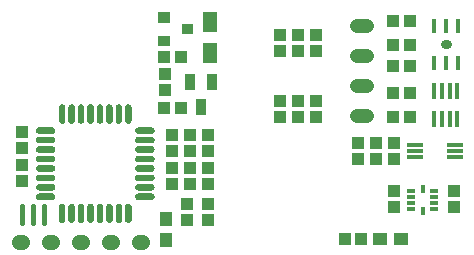
<source format=gtp>
G04 Layer: TopPasteMaskLayer*
G04 EasyEDA v5.9.34, Sun, 20 Jan 2019 06:30:26 GMT*
G04 4d0cf0336fcf4326954002bdc8c8e70b*
G04 Gerber Generator version 0.2*
G04 Scale: 100 percent, Rotated: No, Reflected: No *
G04 Dimensions in millimeters *
G04 leading zeros omitted , absolute positions ,3 integer and 3 decimal *
%FSLAX33Y33*%
%MOMM*%
G90*
G71D02*

%ADD18C,1.250010*%
%ADD19C,0.399999*%
%ADD20C,1.199998*%
%ADD21C,0.799998*%
%ADD23R,0.299974X0.800100*%
%ADD24R,0.800100X0.299974*%
%ADD25R,1.099998X0.999998*%
%ADD26R,0.999998X1.099998*%
%ADD27R,1.299997X1.099998*%
%ADD28R,1.350010X0.299999*%
%ADD29R,1.350010X0.299720*%
%ADD30R,1.249934X1.800098*%
%ADD31R,1.099998X1.299997*%
%ADD32R,0.899160X1.399540*%
%ADD33R,0.350520X1.350010*%
%ADD34R,0.449580X1.199998*%

%LPD*%
G54D18*
G01X11051Y762D02*
G01X11300Y762D01*
G01X8511Y762D02*
G01X8760Y762D01*
G01X5971Y762D02*
G01X6220Y762D01*
G01X3431Y762D02*
G01X3680Y762D01*
G01X891Y762D02*
G01X1140Y762D01*
G54D19*
G01X3048Y3749D02*
G01X3048Y2346D01*
G01X2098Y3749D02*
G01X2098Y2346D01*
G01X1148Y3749D02*
G01X1148Y2346D01*
G54D20*
G01X29575Y19050D02*
G01X30373Y19050D01*
G01X29575Y16510D02*
G01X30373Y16510D01*
G01X29575Y13970D02*
G01X30373Y13970D01*
G01X29575Y11430D02*
G01X30373Y11430D01*
G54D21*
G01X36957Y17449D02*
G01X37157Y17449D01*
G54D23*
G01X35128Y3321D03*
G01X35128Y5220D03*
G54D24*
G01X36028Y5020D03*
G01X36028Y4521D03*
G01X36028Y4020D03*
G01X36028Y3520D03*
G01X34128Y3520D03*
G01X34128Y4020D03*
G01X34128Y4521D03*
G01X34128Y5020D03*
G54D25*
G01X32635Y5049D03*
G01X32635Y3649D03*
G01X37715Y5049D03*
G01X37715Y3649D03*
G01X29587Y9113D03*
G01X29587Y7713D03*
G01X32635Y9113D03*
G01X32635Y7713D03*
G54D26*
G01X13200Y12045D03*
G01X14599Y12045D03*
G54D25*
G01X31111Y9113D03*
G01X31111Y7713D03*
G01X13249Y14955D03*
G01X13249Y13555D03*
G54D27*
G01X33274Y1016D03*
G01X31496Y1016D03*
G54D26*
G01X13200Y16380D03*
G01X14599Y16380D03*
G54D25*
G01X13846Y5618D03*
G01X13846Y7018D03*
G01X15370Y5618D03*
G01X15370Y7018D03*
G01X16894Y5618D03*
G01X16894Y7018D03*
G01X24507Y18257D03*
G01X24507Y16857D03*
G01X26031Y18257D03*
G01X26031Y16857D03*
G01X22983Y18257D03*
G01X22983Y16857D03*
G01X1146Y5872D03*
G01X1146Y7272D03*
G01X1146Y8666D03*
G01X1146Y10066D03*
G36*
G01X14681Y18300D02*
G01X14681Y19202D01*
G01X15681Y19202D01*
G01X15681Y18300D01*
G01X14681Y18300D01*
G37*
G36*
G01X12682Y19301D02*
G01X12682Y20200D01*
G01X13680Y20200D01*
G01X13680Y19301D01*
G01X12682Y19301D01*
G37*
G36*
G01X12682Y17302D02*
G01X12682Y18201D01*
G01X13680Y18201D01*
G01X13680Y17302D01*
G01X12682Y17302D01*
G37*
G01X13846Y8412D03*
G01X13846Y9812D03*
G54D28*
G01X37848Y7919D03*
G54D29*
G01X37848Y8420D03*
G01X37848Y8920D03*
G01X34447Y7919D03*
G01X34447Y8420D03*
G01X34447Y8920D03*
G54D26*
G01X32600Y17395D03*
G01X34000Y17395D03*
G01X34008Y13338D03*
G01X32608Y13338D03*
G01X34008Y11306D03*
G01X32608Y11306D03*
G54D25*
G01X26031Y12669D03*
G01X26031Y11269D03*
G01X22983Y12669D03*
G01X22983Y11269D03*
G01X24507Y12669D03*
G01X24507Y11269D03*
G54D30*
G01X17091Y19337D03*
G01X17091Y16737D03*
G54D26*
G01X28478Y996D03*
G01X29878Y996D03*
G54D31*
G01X13352Y911D03*
G01X13352Y2689D03*
G54D25*
G01X16894Y2570D03*
G01X16894Y3970D03*
G01X16894Y8412D03*
G01X16894Y9812D03*
G36*
G01X4846Y11008D02*
G01X4843Y10972D01*
G01X4838Y10939D01*
G01X4826Y10906D01*
G01X4813Y10873D01*
G01X4792Y10845D01*
G01X4772Y10817D01*
G01X4747Y10795D01*
G01X4719Y10774D01*
G01X4688Y10759D01*
G01X4655Y10746D01*
G01X4622Y10736D01*
G01X4589Y10734D01*
G01X4554Y10734D01*
G01X4521Y10736D01*
G01X4485Y10746D01*
G01X4455Y10759D01*
G01X4424Y10774D01*
G01X4396Y10795D01*
G01X4371Y10817D01*
G01X4348Y10845D01*
G01X4330Y10873D01*
G01X4315Y10906D01*
G01X4305Y10939D01*
G01X4297Y10972D01*
G01X4297Y11008D01*
G01X4297Y12108D01*
G01X4297Y12141D01*
G01X4305Y12176D01*
G01X4315Y12209D01*
G01X4330Y12240D01*
G01X4348Y12268D01*
G01X4371Y12296D01*
G01X4396Y12319D01*
G01X4424Y12339D01*
G01X4455Y12357D01*
G01X4485Y12369D01*
G01X4521Y12377D01*
G01X4554Y12382D01*
G01X4589Y12382D01*
G01X4622Y12377D01*
G01X4655Y12369D01*
G01X4688Y12357D01*
G01X4719Y12339D01*
G01X4747Y12319D01*
G01X4772Y12296D01*
G01X4792Y12268D01*
G01X4813Y12240D01*
G01X4826Y12209D01*
G01X4838Y12176D01*
G01X4843Y12141D01*
G01X4846Y12108D01*
G01X4846Y11008D01*
G37*
G36*
G01X5646Y11008D02*
G01X5643Y10972D01*
G01X5638Y10939D01*
G01X5626Y10906D01*
G01X5613Y10873D01*
G01X5593Y10845D01*
G01X5572Y10817D01*
G01X5547Y10795D01*
G01X5519Y10774D01*
G01X5488Y10759D01*
G01X5455Y10746D01*
G01X5422Y10736D01*
G01X5389Y10734D01*
G01X5354Y10734D01*
G01X5318Y10736D01*
G01X5285Y10746D01*
G01X5255Y10759D01*
G01X5224Y10774D01*
G01X5196Y10795D01*
G01X5171Y10817D01*
G01X5148Y10845D01*
G01X5130Y10873D01*
G01X5115Y10906D01*
G01X5105Y10939D01*
G01X5097Y10972D01*
G01X5097Y11008D01*
G01X5097Y12108D01*
G01X5097Y12141D01*
G01X5105Y12176D01*
G01X5115Y12209D01*
G01X5130Y12240D01*
G01X5148Y12268D01*
G01X5171Y12296D01*
G01X5196Y12319D01*
G01X5224Y12339D01*
G01X5255Y12357D01*
G01X5285Y12369D01*
G01X5318Y12377D01*
G01X5354Y12382D01*
G01X5389Y12382D01*
G01X5422Y12377D01*
G01X5455Y12369D01*
G01X5488Y12357D01*
G01X5519Y12339D01*
G01X5547Y12319D01*
G01X5572Y12296D01*
G01X5593Y12268D01*
G01X5613Y12240D01*
G01X5626Y12209D01*
G01X5638Y12176D01*
G01X5643Y12141D01*
G01X5646Y12108D01*
G01X5646Y11008D01*
G37*
G36*
G01X6446Y11008D02*
G01X6443Y10972D01*
G01X6438Y10939D01*
G01X6426Y10906D01*
G01X6413Y10873D01*
G01X6393Y10845D01*
G01X6372Y10817D01*
G01X6347Y10795D01*
G01X6319Y10774D01*
G01X6289Y10759D01*
G01X6256Y10746D01*
G01X6223Y10736D01*
G01X6189Y10734D01*
G01X6154Y10734D01*
G01X6118Y10736D01*
G01X6085Y10746D01*
G01X6055Y10759D01*
G01X6024Y10774D01*
G01X5996Y10795D01*
G01X5971Y10817D01*
G01X5948Y10845D01*
G01X5930Y10873D01*
G01X5915Y10906D01*
G01X5905Y10939D01*
G01X5897Y10972D01*
G01X5895Y11008D01*
G01X5895Y12108D01*
G01X5897Y12141D01*
G01X5905Y12176D01*
G01X5915Y12209D01*
G01X5930Y12240D01*
G01X5948Y12268D01*
G01X5971Y12296D01*
G01X5996Y12319D01*
G01X6024Y12339D01*
G01X6055Y12357D01*
G01X6085Y12369D01*
G01X6118Y12377D01*
G01X6154Y12382D01*
G01X6189Y12382D01*
G01X6223Y12377D01*
G01X6256Y12369D01*
G01X6289Y12357D01*
G01X6319Y12339D01*
G01X6347Y12319D01*
G01X6372Y12296D01*
G01X6393Y12268D01*
G01X6413Y12240D01*
G01X6426Y12209D01*
G01X6438Y12176D01*
G01X6443Y12141D01*
G01X6446Y12108D01*
G01X6446Y11008D01*
G37*
G36*
G01X7246Y11008D02*
G01X7244Y10972D01*
G01X7239Y10939D01*
G01X7226Y10906D01*
G01X7213Y10873D01*
G01X7193Y10845D01*
G01X7172Y10817D01*
G01X7147Y10795D01*
G01X7119Y10774D01*
G01X7089Y10759D01*
G01X7056Y10746D01*
G01X7023Y10736D01*
G01X6987Y10734D01*
G01X6954Y10734D01*
G01X6918Y10736D01*
G01X6885Y10746D01*
G01X6855Y10759D01*
G01X6824Y10774D01*
G01X6797Y10795D01*
G01X6771Y10817D01*
G01X6748Y10845D01*
G01X6731Y10873D01*
G01X6715Y10906D01*
G01X6705Y10939D01*
G01X6697Y10972D01*
G01X6695Y11008D01*
G01X6695Y12108D01*
G01X6697Y12141D01*
G01X6705Y12176D01*
G01X6715Y12209D01*
G01X6731Y12240D01*
G01X6748Y12268D01*
G01X6771Y12296D01*
G01X6797Y12319D01*
G01X6824Y12339D01*
G01X6855Y12357D01*
G01X6885Y12369D01*
G01X6918Y12377D01*
G01X6954Y12382D01*
G01X6987Y12382D01*
G01X7023Y12377D01*
G01X7056Y12369D01*
G01X7089Y12357D01*
G01X7119Y12339D01*
G01X7147Y12319D01*
G01X7172Y12296D01*
G01X7193Y12268D01*
G01X7213Y12240D01*
G01X7226Y12209D01*
G01X7239Y12176D01*
G01X7244Y12141D01*
G01X7246Y12108D01*
G01X7246Y11008D01*
G37*
G36*
G01X8046Y11008D02*
G01X8044Y10972D01*
G01X8039Y10939D01*
G01X8026Y10906D01*
G01X8013Y10873D01*
G01X7993Y10845D01*
G01X7973Y10817D01*
G01X7947Y10795D01*
G01X7919Y10774D01*
G01X7889Y10759D01*
G01X7856Y10746D01*
G01X7823Y10736D01*
G01X7787Y10734D01*
G01X7754Y10734D01*
G01X7719Y10736D01*
G01X7686Y10746D01*
G01X7655Y10759D01*
G01X7625Y10774D01*
G01X7597Y10795D01*
G01X7571Y10817D01*
G01X7548Y10845D01*
G01X7531Y10873D01*
G01X7515Y10906D01*
G01X7505Y10939D01*
G01X7498Y10972D01*
G01X7495Y11008D01*
G01X7495Y12108D01*
G01X7498Y12141D01*
G01X7505Y12176D01*
G01X7515Y12209D01*
G01X7531Y12240D01*
G01X7548Y12268D01*
G01X7571Y12296D01*
G01X7597Y12319D01*
G01X7625Y12339D01*
G01X7655Y12357D01*
G01X7686Y12369D01*
G01X7719Y12377D01*
G01X7754Y12382D01*
G01X7787Y12382D01*
G01X7823Y12377D01*
G01X7856Y12369D01*
G01X7889Y12357D01*
G01X7919Y12339D01*
G01X7947Y12319D01*
G01X7973Y12296D01*
G01X7993Y12268D01*
G01X8013Y12240D01*
G01X8026Y12209D01*
G01X8039Y12176D01*
G01X8044Y12141D01*
G01X8046Y12108D01*
G01X8046Y11008D01*
G37*
G36*
G01X8846Y11008D02*
G01X8844Y10972D01*
G01X8836Y10939D01*
G01X8826Y10906D01*
G01X8811Y10873D01*
G01X8793Y10845D01*
G01X8773Y10817D01*
G01X8747Y10795D01*
G01X8719Y10774D01*
G01X8689Y10759D01*
G01X8656Y10746D01*
G01X8623Y10736D01*
G01X8587Y10734D01*
G01X8554Y10734D01*
G01X8519Y10736D01*
G01X8486Y10746D01*
G01X8455Y10759D01*
G01X8425Y10774D01*
G01X8397Y10795D01*
G01X8371Y10817D01*
G01X8348Y10845D01*
G01X8331Y10873D01*
G01X8315Y10906D01*
G01X8305Y10939D01*
G01X8298Y10972D01*
G01X8295Y11008D01*
G01X8295Y12108D01*
G01X8298Y12141D01*
G01X8305Y12176D01*
G01X8315Y12209D01*
G01X8331Y12240D01*
G01X8348Y12268D01*
G01X8371Y12296D01*
G01X8397Y12319D01*
G01X8425Y12339D01*
G01X8455Y12357D01*
G01X8486Y12369D01*
G01X8519Y12377D01*
G01X8554Y12382D01*
G01X8587Y12382D01*
G01X8623Y12377D01*
G01X8656Y12369D01*
G01X8689Y12357D01*
G01X8719Y12339D01*
G01X8747Y12319D01*
G01X8773Y12296D01*
G01X8793Y12268D01*
G01X8811Y12240D01*
G01X8826Y12209D01*
G01X8836Y12176D01*
G01X8844Y12141D01*
G01X8846Y12108D01*
G01X8846Y11008D01*
G37*
G36*
G01X9646Y11008D02*
G01X9644Y10972D01*
G01X9636Y10939D01*
G01X9626Y10906D01*
G01X9611Y10873D01*
G01X9593Y10845D01*
G01X9570Y10817D01*
G01X9547Y10795D01*
G01X9519Y10774D01*
G01X9489Y10759D01*
G01X9456Y10746D01*
G01X9423Y10736D01*
G01X9387Y10734D01*
G01X9354Y10734D01*
G01X9319Y10736D01*
G01X9286Y10746D01*
G01X9253Y10759D01*
G01X9225Y10774D01*
G01X9197Y10795D01*
G01X9171Y10817D01*
G01X9149Y10845D01*
G01X9131Y10873D01*
G01X9116Y10906D01*
G01X9105Y10939D01*
G01X9098Y10972D01*
G01X9095Y11008D01*
G01X9095Y12108D01*
G01X9098Y12141D01*
G01X9105Y12176D01*
G01X9116Y12209D01*
G01X9131Y12240D01*
G01X9149Y12268D01*
G01X9171Y12296D01*
G01X9197Y12319D01*
G01X9225Y12339D01*
G01X9253Y12357D01*
G01X9286Y12369D01*
G01X9319Y12377D01*
G01X9354Y12382D01*
G01X9387Y12382D01*
G01X9423Y12377D01*
G01X9456Y12369D01*
G01X9489Y12357D01*
G01X9519Y12339D01*
G01X9547Y12319D01*
G01X9570Y12296D01*
G01X9593Y12268D01*
G01X9611Y12240D01*
G01X9626Y12209D01*
G01X9636Y12176D01*
G01X9644Y12141D01*
G01X9646Y12108D01*
G01X9646Y11008D01*
G37*
G36*
G01X10447Y11008D02*
G01X10444Y10972D01*
G01X10436Y10939D01*
G01X10426Y10906D01*
G01X10411Y10873D01*
G01X10393Y10845D01*
G01X10370Y10817D01*
G01X10347Y10795D01*
G01X10320Y10774D01*
G01X10289Y10759D01*
G01X10256Y10746D01*
G01X10223Y10736D01*
G01X10187Y10734D01*
G01X10154Y10734D01*
G01X10119Y10736D01*
G01X10086Y10746D01*
G01X10053Y10759D01*
G01X10025Y10774D01*
G01X9997Y10795D01*
G01X9972Y10817D01*
G01X9949Y10845D01*
G01X9931Y10873D01*
G01X9916Y10906D01*
G01X9906Y10939D01*
G01X9898Y10972D01*
G01X9895Y11008D01*
G01X9895Y12108D01*
G01X9898Y12141D01*
G01X9906Y12176D01*
G01X9916Y12209D01*
G01X9931Y12240D01*
G01X9949Y12268D01*
G01X9972Y12296D01*
G01X9997Y12319D01*
G01X10025Y12339D01*
G01X10053Y12357D01*
G01X10086Y12369D01*
G01X10119Y12377D01*
G01X10154Y12382D01*
G01X10187Y12382D01*
G01X10223Y12377D01*
G01X10256Y12369D01*
G01X10289Y12357D01*
G01X10320Y12339D01*
G01X10347Y12319D01*
G01X10370Y12296D01*
G01X10393Y12268D01*
G01X10411Y12240D01*
G01X10426Y12209D01*
G01X10436Y12176D01*
G01X10444Y12141D01*
G01X10447Y12108D01*
G01X10447Y11008D01*
G37*
G36*
G01X12120Y10431D02*
G01X12156Y10429D01*
G01X12189Y10424D01*
G01X12222Y10414D01*
G01X12252Y10398D01*
G01X12283Y10380D01*
G01X12308Y10358D01*
G01X12334Y10332D01*
G01X12354Y10304D01*
G01X12369Y10274D01*
G01X12382Y10241D01*
G01X12392Y10208D01*
G01X12395Y10175D01*
G01X12395Y10139D01*
G01X12392Y10106D01*
G01X12382Y10073D01*
G01X12369Y10040D01*
G01X12354Y10010D01*
G01X12334Y9982D01*
G01X12308Y9956D01*
G01X12283Y9933D01*
G01X12252Y9916D01*
G01X12222Y9900D01*
G01X12189Y9890D01*
G01X12156Y9885D01*
G01X12120Y9883D01*
G01X11021Y9883D01*
G01X10988Y9885D01*
G01X10952Y9890D01*
G01X10919Y9900D01*
G01X10888Y9916D01*
G01X10861Y9933D01*
G01X10833Y9956D01*
G01X10810Y9982D01*
G01X10789Y10010D01*
G01X10772Y10040D01*
G01X10759Y10073D01*
G01X10751Y10106D01*
G01X10746Y10139D01*
G01X10746Y10175D01*
G01X10751Y10208D01*
G01X10759Y10241D01*
G01X10772Y10274D01*
G01X10789Y10304D01*
G01X10810Y10332D01*
G01X10833Y10358D01*
G01X10861Y10380D01*
G01X10888Y10398D01*
G01X10919Y10414D01*
G01X10952Y10424D01*
G01X10988Y10429D01*
G01X11021Y10431D01*
G01X12120Y10431D01*
G37*
G36*
G01X12120Y9631D02*
G01X12156Y9629D01*
G01X12189Y9624D01*
G01X12222Y9613D01*
G01X12252Y9598D01*
G01X12283Y9580D01*
G01X12308Y9558D01*
G01X12334Y9532D01*
G01X12354Y9504D01*
G01X12369Y9474D01*
G01X12382Y9441D01*
G01X12392Y9408D01*
G01X12395Y9375D01*
G01X12395Y9339D01*
G01X12392Y9306D01*
G01X12382Y9273D01*
G01X12369Y9240D01*
G01X12354Y9210D01*
G01X12334Y9182D01*
G01X12308Y9156D01*
G01X12283Y9133D01*
G01X12252Y9116D01*
G01X12222Y9100D01*
G01X12189Y9090D01*
G01X12156Y9085D01*
G01X12120Y9083D01*
G01X11021Y9083D01*
G01X10988Y9085D01*
G01X10952Y9090D01*
G01X10919Y9100D01*
G01X10888Y9116D01*
G01X10861Y9133D01*
G01X10833Y9156D01*
G01X10810Y9182D01*
G01X10789Y9210D01*
G01X10772Y9240D01*
G01X10759Y9273D01*
G01X10751Y9306D01*
G01X10746Y9339D01*
G01X10746Y9375D01*
G01X10751Y9408D01*
G01X10759Y9441D01*
G01X10772Y9474D01*
G01X10789Y9504D01*
G01X10810Y9532D01*
G01X10833Y9558D01*
G01X10861Y9580D01*
G01X10888Y9598D01*
G01X10919Y9613D01*
G01X10952Y9624D01*
G01X10988Y9629D01*
G01X11021Y9631D01*
G01X12120Y9631D01*
G37*
G36*
G01X12120Y8831D02*
G01X12156Y8829D01*
G01X12189Y8823D01*
G01X12222Y8813D01*
G01X12252Y8798D01*
G01X12283Y8780D01*
G01X12308Y8757D01*
G01X12334Y8732D01*
G01X12354Y8704D01*
G01X12369Y8674D01*
G01X12382Y8643D01*
G01X12392Y8608D01*
G01X12395Y8575D01*
G01X12395Y8539D01*
G01X12392Y8506D01*
G01X12382Y8473D01*
G01X12369Y8440D01*
G01X12354Y8409D01*
G01X12334Y8382D01*
G01X12308Y8356D01*
G01X12283Y8333D01*
G01X12252Y8315D01*
G01X12222Y8300D01*
G01X12189Y8290D01*
G01X12156Y8285D01*
G01X12120Y8282D01*
G01X11021Y8282D01*
G01X10988Y8285D01*
G01X10952Y8290D01*
G01X10919Y8300D01*
G01X10888Y8315D01*
G01X10861Y8333D01*
G01X10833Y8356D01*
G01X10810Y8382D01*
G01X10789Y8409D01*
G01X10772Y8440D01*
G01X10759Y8473D01*
G01X10751Y8506D01*
G01X10746Y8539D01*
G01X10746Y8575D01*
G01X10751Y8608D01*
G01X10759Y8643D01*
G01X10772Y8674D01*
G01X10789Y8704D01*
G01X10810Y8732D01*
G01X10833Y8757D01*
G01X10861Y8780D01*
G01X10888Y8798D01*
G01X10919Y8813D01*
G01X10952Y8823D01*
G01X10988Y8829D01*
G01X11021Y8831D01*
G01X12120Y8831D01*
G37*
G36*
G01X12120Y8031D02*
G01X12156Y8028D01*
G01X12189Y8023D01*
G01X12222Y8013D01*
G01X12252Y7998D01*
G01X12283Y7980D01*
G01X12308Y7957D01*
G01X12334Y7932D01*
G01X12354Y7904D01*
G01X12369Y7874D01*
G01X12382Y7843D01*
G01X12392Y7807D01*
G01X12395Y7774D01*
G01X12395Y7739D01*
G01X12392Y7706D01*
G01X12382Y7673D01*
G01X12369Y7640D01*
G01X12354Y7609D01*
G01X12334Y7581D01*
G01X12308Y7556D01*
G01X12283Y7533D01*
G01X12252Y7515D01*
G01X12222Y7500D01*
G01X12189Y7490D01*
G01X12156Y7485D01*
G01X12120Y7482D01*
G01X11021Y7482D01*
G01X10988Y7485D01*
G01X10952Y7490D01*
G01X10919Y7500D01*
G01X10888Y7515D01*
G01X10861Y7533D01*
G01X10833Y7556D01*
G01X10810Y7581D01*
G01X10789Y7609D01*
G01X10772Y7640D01*
G01X10759Y7673D01*
G01X10751Y7706D01*
G01X10746Y7739D01*
G01X10746Y7774D01*
G01X10751Y7807D01*
G01X10759Y7843D01*
G01X10772Y7874D01*
G01X10789Y7904D01*
G01X10810Y7932D01*
G01X10833Y7957D01*
G01X10861Y7980D01*
G01X10888Y7998D01*
G01X10919Y8013D01*
G01X10952Y8023D01*
G01X10988Y8028D01*
G01X11021Y8031D01*
G01X12120Y8031D01*
G37*
G36*
G01X12120Y7231D02*
G01X12156Y7231D01*
G01X12189Y7223D01*
G01X12222Y7213D01*
G01X12252Y7198D01*
G01X12283Y7180D01*
G01X12308Y7157D01*
G01X12334Y7132D01*
G01X12354Y7104D01*
G01X12369Y7073D01*
G01X12382Y7043D01*
G01X12392Y7007D01*
G01X12395Y6974D01*
G01X12395Y6939D01*
G01X12392Y6906D01*
G01X12382Y6873D01*
G01X12369Y6840D01*
G01X12354Y6809D01*
G01X12334Y6781D01*
G01X12308Y6756D01*
G01X12283Y6736D01*
G01X12252Y6715D01*
G01X12222Y6700D01*
G01X12189Y6690D01*
G01X12156Y6685D01*
G01X12120Y6682D01*
G01X11021Y6682D01*
G01X10988Y6685D01*
G01X10952Y6690D01*
G01X10919Y6700D01*
G01X10888Y6715D01*
G01X10861Y6736D01*
G01X10833Y6756D01*
G01X10810Y6781D01*
G01X10789Y6809D01*
G01X10772Y6840D01*
G01X10759Y6873D01*
G01X10751Y6906D01*
G01X10746Y6939D01*
G01X10746Y6974D01*
G01X10751Y7007D01*
G01X10759Y7043D01*
G01X10772Y7073D01*
G01X10789Y7104D01*
G01X10810Y7132D01*
G01X10833Y7157D01*
G01X10861Y7180D01*
G01X10888Y7198D01*
G01X10919Y7213D01*
G01X10952Y7223D01*
G01X10988Y7231D01*
G01X11021Y7231D01*
G01X12120Y7231D01*
G37*
G36*
G01X12120Y6431D02*
G01X12156Y6431D01*
G01X12189Y6423D01*
G01X12222Y6413D01*
G01X12252Y6398D01*
G01X12283Y6380D01*
G01X12308Y6357D01*
G01X12334Y6332D01*
G01X12354Y6304D01*
G01X12369Y6273D01*
G01X12382Y6243D01*
G01X12392Y6207D01*
G01X12395Y6174D01*
G01X12395Y6139D01*
G01X12392Y6106D01*
G01X12382Y6073D01*
G01X12369Y6040D01*
G01X12354Y6009D01*
G01X12334Y5981D01*
G01X12308Y5956D01*
G01X12283Y5935D01*
G01X12252Y5915D01*
G01X12222Y5900D01*
G01X12189Y5890D01*
G01X12156Y5885D01*
G01X12120Y5882D01*
G01X11021Y5882D01*
G01X10988Y5885D01*
G01X10952Y5890D01*
G01X10919Y5900D01*
G01X10888Y5915D01*
G01X10861Y5935D01*
G01X10833Y5956D01*
G01X10810Y5981D01*
G01X10789Y6009D01*
G01X10772Y6040D01*
G01X10759Y6073D01*
G01X10751Y6106D01*
G01X10746Y6139D01*
G01X10746Y6174D01*
G01X10751Y6207D01*
G01X10759Y6243D01*
G01X10772Y6273D01*
G01X10789Y6304D01*
G01X10810Y6332D01*
G01X10833Y6357D01*
G01X10861Y6380D01*
G01X10888Y6398D01*
G01X10919Y6413D01*
G01X10952Y6423D01*
G01X10988Y6431D01*
G01X11021Y6431D01*
G01X12120Y6431D01*
G37*
G36*
G01X12120Y5631D02*
G01X12156Y5631D01*
G01X12189Y5623D01*
G01X12222Y5613D01*
G01X12252Y5598D01*
G01X12283Y5580D01*
G01X12308Y5557D01*
G01X12334Y5532D01*
G01X12354Y5504D01*
G01X12369Y5473D01*
G01X12382Y5443D01*
G01X12392Y5407D01*
G01X12395Y5374D01*
G01X12395Y5339D01*
G01X12392Y5306D01*
G01X12382Y5273D01*
G01X12369Y5240D01*
G01X12354Y5209D01*
G01X12334Y5181D01*
G01X12308Y5156D01*
G01X12283Y5135D01*
G01X12252Y5115D01*
G01X12222Y5102D01*
G01X12189Y5090D01*
G01X12156Y5085D01*
G01X12120Y5082D01*
G01X11021Y5082D01*
G01X10988Y5085D01*
G01X10952Y5090D01*
G01X10919Y5102D01*
G01X10888Y5115D01*
G01X10861Y5135D01*
G01X10833Y5156D01*
G01X10810Y5181D01*
G01X10789Y5209D01*
G01X10772Y5240D01*
G01X10759Y5273D01*
G01X10751Y5306D01*
G01X10746Y5339D01*
G01X10746Y5374D01*
G01X10751Y5407D01*
G01X10759Y5443D01*
G01X10772Y5473D01*
G01X10789Y5504D01*
G01X10810Y5532D01*
G01X10833Y5557D01*
G01X10861Y5580D01*
G01X10888Y5598D01*
G01X10919Y5613D01*
G01X10952Y5623D01*
G01X10988Y5631D01*
G01X11021Y5631D01*
G01X12120Y5631D01*
G37*
G36*
G01X12120Y4833D02*
G01X12156Y4831D01*
G01X12189Y4823D01*
G01X12222Y4813D01*
G01X12252Y4798D01*
G01X12283Y4780D01*
G01X12308Y4757D01*
G01X12334Y4732D01*
G01X12354Y4704D01*
G01X12369Y4673D01*
G01X12382Y4643D01*
G01X12392Y4610D01*
G01X12395Y4574D01*
G01X12395Y4538D01*
G01X12392Y4505D01*
G01X12382Y4472D01*
G01X12369Y4439D01*
G01X12354Y4409D01*
G01X12334Y4381D01*
G01X12308Y4356D01*
G01X12283Y4335D01*
G01X12252Y4315D01*
G01X12222Y4302D01*
G01X12189Y4290D01*
G01X12156Y4284D01*
G01X12120Y4282D01*
G01X11021Y4282D01*
G01X10988Y4284D01*
G01X10952Y4290D01*
G01X10919Y4302D01*
G01X10888Y4315D01*
G01X10861Y4335D01*
G01X10833Y4356D01*
G01X10810Y4381D01*
G01X10789Y4409D01*
G01X10772Y4439D01*
G01X10759Y4472D01*
G01X10751Y4505D01*
G01X10746Y4538D01*
G01X10746Y4574D01*
G01X10751Y4610D01*
G01X10759Y4643D01*
G01X10772Y4673D01*
G01X10789Y4704D01*
G01X10810Y4732D01*
G01X10833Y4757D01*
G01X10861Y4780D01*
G01X10888Y4798D01*
G01X10919Y4813D01*
G01X10952Y4823D01*
G01X10988Y4831D01*
G01X11021Y4833D01*
G01X12120Y4833D01*
G37*
G36*
G01X10447Y2608D02*
G01X10444Y2573D01*
G01X10436Y2540D01*
G01X10426Y2506D01*
G01X10411Y2473D01*
G01X10393Y2446D01*
G01X10370Y2418D01*
G01X10347Y2395D01*
G01X10320Y2374D01*
G01X10289Y2359D01*
G01X10256Y2346D01*
G01X10223Y2336D01*
G01X10187Y2331D01*
G01X10154Y2331D01*
G01X10119Y2336D01*
G01X10086Y2346D01*
G01X10053Y2359D01*
G01X10025Y2374D01*
G01X9997Y2395D01*
G01X9972Y2418D01*
G01X9949Y2446D01*
G01X9931Y2473D01*
G01X9916Y2506D01*
G01X9906Y2540D01*
G01X9898Y2573D01*
G01X9895Y2608D01*
G01X9895Y3708D01*
G01X9898Y3741D01*
G01X9906Y3776D01*
G01X9916Y3807D01*
G01X9931Y3840D01*
G01X9949Y3868D01*
G01X9972Y3896D01*
G01X9997Y3919D01*
G01X10025Y3939D01*
G01X10053Y3957D01*
G01X10086Y3970D01*
G01X10119Y3977D01*
G01X10154Y3982D01*
G01X10187Y3982D01*
G01X10223Y3977D01*
G01X10256Y3970D01*
G01X10289Y3957D01*
G01X10320Y3939D01*
G01X10347Y3919D01*
G01X10370Y3896D01*
G01X10393Y3868D01*
G01X10411Y3840D01*
G01X10426Y3807D01*
G01X10436Y3776D01*
G01X10444Y3741D01*
G01X10447Y3708D01*
G01X10447Y2608D01*
G37*
G36*
G01X9646Y2608D02*
G01X9644Y2573D01*
G01X9636Y2540D01*
G01X9626Y2506D01*
G01X9611Y2473D01*
G01X9593Y2446D01*
G01X9570Y2418D01*
G01X9547Y2395D01*
G01X9519Y2374D01*
G01X9489Y2359D01*
G01X9456Y2346D01*
G01X9423Y2336D01*
G01X9387Y2331D01*
G01X9354Y2331D01*
G01X9319Y2336D01*
G01X9286Y2346D01*
G01X9253Y2359D01*
G01X9225Y2374D01*
G01X9197Y2395D01*
G01X9171Y2418D01*
G01X9149Y2446D01*
G01X9131Y2473D01*
G01X9116Y2506D01*
G01X9105Y2540D01*
G01X9098Y2573D01*
G01X9095Y2608D01*
G01X9095Y3708D01*
G01X9098Y3741D01*
G01X9105Y3776D01*
G01X9116Y3807D01*
G01X9131Y3840D01*
G01X9149Y3868D01*
G01X9171Y3896D01*
G01X9197Y3919D01*
G01X9225Y3939D01*
G01X9253Y3957D01*
G01X9286Y3970D01*
G01X9319Y3977D01*
G01X9354Y3982D01*
G01X9387Y3982D01*
G01X9423Y3977D01*
G01X9456Y3970D01*
G01X9489Y3957D01*
G01X9519Y3939D01*
G01X9547Y3919D01*
G01X9570Y3896D01*
G01X9593Y3868D01*
G01X9611Y3840D01*
G01X9626Y3807D01*
G01X9636Y3776D01*
G01X9644Y3741D01*
G01X9646Y3708D01*
G01X9646Y2608D01*
G37*
G36*
G01X8846Y2608D02*
G01X8844Y2573D01*
G01X8836Y2540D01*
G01X8826Y2506D01*
G01X8811Y2473D01*
G01X8793Y2446D01*
G01X8773Y2418D01*
G01X8747Y2395D01*
G01X8719Y2374D01*
G01X8689Y2359D01*
G01X8656Y2346D01*
G01X8623Y2336D01*
G01X8587Y2331D01*
G01X8554Y2331D01*
G01X8519Y2336D01*
G01X8486Y2346D01*
G01X8455Y2359D01*
G01X8425Y2374D01*
G01X8397Y2395D01*
G01X8371Y2418D01*
G01X8348Y2446D01*
G01X8331Y2473D01*
G01X8315Y2506D01*
G01X8305Y2540D01*
G01X8298Y2573D01*
G01X8295Y2608D01*
G01X8295Y3708D01*
G01X8298Y3741D01*
G01X8305Y3776D01*
G01X8315Y3807D01*
G01X8331Y3840D01*
G01X8348Y3868D01*
G01X8371Y3896D01*
G01X8397Y3919D01*
G01X8425Y3939D01*
G01X8455Y3957D01*
G01X8486Y3970D01*
G01X8519Y3977D01*
G01X8554Y3982D01*
G01X8587Y3982D01*
G01X8623Y3977D01*
G01X8656Y3970D01*
G01X8689Y3957D01*
G01X8719Y3939D01*
G01X8747Y3919D01*
G01X8773Y3896D01*
G01X8793Y3868D01*
G01X8811Y3840D01*
G01X8826Y3807D01*
G01X8836Y3776D01*
G01X8844Y3741D01*
G01X8846Y3708D01*
G01X8846Y2608D01*
G37*
G36*
G01X8046Y2608D02*
G01X8044Y2573D01*
G01X8039Y2540D01*
G01X8026Y2506D01*
G01X8013Y2473D01*
G01X7993Y2446D01*
G01X7973Y2418D01*
G01X7947Y2395D01*
G01X7919Y2374D01*
G01X7889Y2359D01*
G01X7856Y2346D01*
G01X7823Y2336D01*
G01X7787Y2331D01*
G01X7754Y2331D01*
G01X7719Y2336D01*
G01X7686Y2346D01*
G01X7655Y2359D01*
G01X7625Y2374D01*
G01X7597Y2395D01*
G01X7571Y2418D01*
G01X7548Y2446D01*
G01X7531Y2473D01*
G01X7515Y2506D01*
G01X7505Y2540D01*
G01X7498Y2573D01*
G01X7495Y2608D01*
G01X7495Y3708D01*
G01X7498Y3741D01*
G01X7505Y3776D01*
G01X7515Y3807D01*
G01X7531Y3840D01*
G01X7548Y3868D01*
G01X7571Y3896D01*
G01X7597Y3919D01*
G01X7625Y3939D01*
G01X7655Y3957D01*
G01X7686Y3970D01*
G01X7719Y3977D01*
G01X7754Y3982D01*
G01X7787Y3982D01*
G01X7823Y3977D01*
G01X7856Y3970D01*
G01X7889Y3957D01*
G01X7919Y3939D01*
G01X7947Y3919D01*
G01X7973Y3896D01*
G01X7993Y3868D01*
G01X8013Y3840D01*
G01X8026Y3807D01*
G01X8039Y3776D01*
G01X8044Y3741D01*
G01X8046Y3708D01*
G01X8046Y2608D01*
G37*
G36*
G01X7246Y2608D02*
G01X7244Y2573D01*
G01X7239Y2540D01*
G01X7226Y2506D01*
G01X7213Y2473D01*
G01X7193Y2446D01*
G01X7172Y2418D01*
G01X7147Y2395D01*
G01X7119Y2374D01*
G01X7089Y2359D01*
G01X7056Y2346D01*
G01X7023Y2336D01*
G01X6987Y2331D01*
G01X6954Y2331D01*
G01X6918Y2336D01*
G01X6885Y2346D01*
G01X6855Y2359D01*
G01X6824Y2374D01*
G01X6797Y2395D01*
G01X6771Y2418D01*
G01X6748Y2446D01*
G01X6731Y2473D01*
G01X6715Y2506D01*
G01X6705Y2540D01*
G01X6697Y2573D01*
G01X6695Y2608D01*
G01X6695Y3708D01*
G01X6697Y3741D01*
G01X6705Y3776D01*
G01X6715Y3807D01*
G01X6731Y3840D01*
G01X6748Y3868D01*
G01X6771Y3896D01*
G01X6797Y3919D01*
G01X6824Y3939D01*
G01X6855Y3957D01*
G01X6885Y3970D01*
G01X6918Y3977D01*
G01X6954Y3982D01*
G01X6987Y3982D01*
G01X7023Y3977D01*
G01X7056Y3970D01*
G01X7089Y3957D01*
G01X7119Y3939D01*
G01X7147Y3919D01*
G01X7172Y3896D01*
G01X7193Y3868D01*
G01X7213Y3840D01*
G01X7226Y3807D01*
G01X7239Y3776D01*
G01X7244Y3741D01*
G01X7246Y3708D01*
G01X7246Y2608D01*
G37*
G36*
G01X6446Y2608D02*
G01X6443Y2573D01*
G01X6438Y2540D01*
G01X6426Y2506D01*
G01X6413Y2473D01*
G01X6393Y2446D01*
G01X6372Y2418D01*
G01X6347Y2395D01*
G01X6319Y2374D01*
G01X6289Y2359D01*
G01X6256Y2346D01*
G01X6223Y2336D01*
G01X6189Y2331D01*
G01X6154Y2331D01*
G01X6118Y2336D01*
G01X6085Y2346D01*
G01X6055Y2359D01*
G01X6024Y2374D01*
G01X5996Y2395D01*
G01X5971Y2418D01*
G01X5948Y2446D01*
G01X5930Y2473D01*
G01X5915Y2506D01*
G01X5905Y2540D01*
G01X5897Y2573D01*
G01X5895Y2608D01*
G01X5895Y3708D01*
G01X5897Y3741D01*
G01X5905Y3776D01*
G01X5915Y3807D01*
G01X5930Y3840D01*
G01X5948Y3868D01*
G01X5971Y3896D01*
G01X5996Y3919D01*
G01X6024Y3939D01*
G01X6055Y3957D01*
G01X6085Y3970D01*
G01X6118Y3977D01*
G01X6154Y3982D01*
G01X6189Y3982D01*
G01X6223Y3977D01*
G01X6256Y3970D01*
G01X6289Y3957D01*
G01X6319Y3939D01*
G01X6347Y3919D01*
G01X6372Y3896D01*
G01X6393Y3868D01*
G01X6413Y3840D01*
G01X6426Y3807D01*
G01X6438Y3776D01*
G01X6443Y3741D01*
G01X6446Y3708D01*
G01X6446Y2608D01*
G37*
G36*
G01X5646Y2608D02*
G01X5643Y2573D01*
G01X5638Y2540D01*
G01X5626Y2506D01*
G01X5613Y2473D01*
G01X5593Y2446D01*
G01X5572Y2418D01*
G01X5547Y2395D01*
G01X5519Y2374D01*
G01X5488Y2359D01*
G01X5455Y2346D01*
G01X5422Y2336D01*
G01X5389Y2331D01*
G01X5354Y2331D01*
G01X5318Y2336D01*
G01X5285Y2346D01*
G01X5255Y2359D01*
G01X5224Y2374D01*
G01X5196Y2395D01*
G01X5171Y2418D01*
G01X5148Y2446D01*
G01X5130Y2473D01*
G01X5115Y2506D01*
G01X5105Y2540D01*
G01X5097Y2573D01*
G01X5097Y2608D01*
G01X5097Y3708D01*
G01X5097Y3741D01*
G01X5105Y3776D01*
G01X5115Y3807D01*
G01X5130Y3840D01*
G01X5148Y3868D01*
G01X5171Y3896D01*
G01X5196Y3919D01*
G01X5224Y3939D01*
G01X5255Y3957D01*
G01X5285Y3970D01*
G01X5318Y3977D01*
G01X5354Y3982D01*
G01X5389Y3982D01*
G01X5422Y3977D01*
G01X5455Y3970D01*
G01X5488Y3957D01*
G01X5519Y3939D01*
G01X5547Y3919D01*
G01X5572Y3896D01*
G01X5593Y3868D01*
G01X5613Y3840D01*
G01X5626Y3807D01*
G01X5638Y3776D01*
G01X5643Y3741D01*
G01X5646Y3708D01*
G01X5646Y2608D01*
G37*
G36*
G01X4846Y2608D02*
G01X4843Y2573D01*
G01X4838Y2540D01*
G01X4826Y2506D01*
G01X4813Y2473D01*
G01X4792Y2446D01*
G01X4772Y2418D01*
G01X4747Y2395D01*
G01X4719Y2374D01*
G01X4688Y2359D01*
G01X4655Y2346D01*
G01X4622Y2336D01*
G01X4589Y2331D01*
G01X4554Y2331D01*
G01X4521Y2336D01*
G01X4485Y2346D01*
G01X4455Y2359D01*
G01X4424Y2374D01*
G01X4396Y2395D01*
G01X4371Y2418D01*
G01X4348Y2446D01*
G01X4330Y2473D01*
G01X4315Y2506D01*
G01X4305Y2540D01*
G01X4297Y2573D01*
G01X4297Y2608D01*
G01X4297Y3708D01*
G01X4297Y3741D01*
G01X4305Y3776D01*
G01X4315Y3807D01*
G01X4330Y3840D01*
G01X4348Y3868D01*
G01X4371Y3896D01*
G01X4396Y3919D01*
G01X4424Y3939D01*
G01X4455Y3957D01*
G01X4485Y3970D01*
G01X4521Y3977D01*
G01X4554Y3982D01*
G01X4589Y3982D01*
G01X4622Y3977D01*
G01X4655Y3970D01*
G01X4688Y3957D01*
G01X4719Y3939D01*
G01X4747Y3919D01*
G01X4772Y3896D01*
G01X4792Y3868D01*
G01X4813Y3840D01*
G01X4826Y3807D01*
G01X4838Y3776D01*
G01X4843Y3741D01*
G01X4846Y3708D01*
G01X4846Y2608D01*
G37*
G36*
G01X3721Y4833D02*
G01X3756Y4831D01*
G01X3789Y4823D01*
G01X3822Y4813D01*
G01X3853Y4798D01*
G01X3883Y4780D01*
G01X3909Y4757D01*
G01X3934Y4732D01*
G01X3954Y4704D01*
G01X3970Y4673D01*
G01X3982Y4643D01*
G01X3992Y4610D01*
G01X3995Y4574D01*
G01X3995Y4538D01*
G01X3992Y4505D01*
G01X3982Y4472D01*
G01X3970Y4439D01*
G01X3954Y4409D01*
G01X3934Y4381D01*
G01X3909Y4356D01*
G01X3883Y4335D01*
G01X3853Y4315D01*
G01X3822Y4302D01*
G01X3789Y4290D01*
G01X3756Y4284D01*
G01X3721Y4282D01*
G01X2621Y4282D01*
G01X2588Y4284D01*
G01X2552Y4290D01*
G01X2519Y4302D01*
G01X2489Y4315D01*
G01X2458Y4335D01*
G01X2433Y4356D01*
G01X2410Y4381D01*
G01X2390Y4409D01*
G01X2372Y4439D01*
G01X2359Y4472D01*
G01X2352Y4505D01*
G01X2346Y4538D01*
G01X2346Y4574D01*
G01X2352Y4610D01*
G01X2359Y4643D01*
G01X2372Y4673D01*
G01X2390Y4704D01*
G01X2410Y4732D01*
G01X2433Y4757D01*
G01X2458Y4780D01*
G01X2489Y4798D01*
G01X2519Y4813D01*
G01X2552Y4823D01*
G01X2588Y4831D01*
G01X2621Y4833D01*
G01X3721Y4833D01*
G37*
G36*
G01X3721Y5631D02*
G01X3756Y5631D01*
G01X3789Y5623D01*
G01X3822Y5613D01*
G01X3853Y5598D01*
G01X3883Y5580D01*
G01X3909Y5557D01*
G01X3934Y5532D01*
G01X3954Y5504D01*
G01X3970Y5473D01*
G01X3982Y5443D01*
G01X3992Y5407D01*
G01X3995Y5374D01*
G01X3995Y5339D01*
G01X3992Y5306D01*
G01X3982Y5273D01*
G01X3970Y5240D01*
G01X3954Y5209D01*
G01X3934Y5181D01*
G01X3909Y5156D01*
G01X3883Y5135D01*
G01X3853Y5115D01*
G01X3822Y5102D01*
G01X3789Y5090D01*
G01X3756Y5085D01*
G01X3721Y5082D01*
G01X2621Y5082D01*
G01X2588Y5085D01*
G01X2552Y5090D01*
G01X2519Y5102D01*
G01X2489Y5115D01*
G01X2458Y5135D01*
G01X2433Y5156D01*
G01X2410Y5181D01*
G01X2390Y5209D01*
G01X2372Y5240D01*
G01X2359Y5273D01*
G01X2352Y5306D01*
G01X2346Y5339D01*
G01X2346Y5374D01*
G01X2352Y5407D01*
G01X2359Y5443D01*
G01X2372Y5473D01*
G01X2390Y5504D01*
G01X2410Y5532D01*
G01X2433Y5557D01*
G01X2458Y5580D01*
G01X2489Y5598D01*
G01X2519Y5613D01*
G01X2552Y5623D01*
G01X2588Y5631D01*
G01X2621Y5631D01*
G01X3721Y5631D01*
G37*
G36*
G01X3721Y6431D02*
G01X3756Y6431D01*
G01X3789Y6423D01*
G01X3822Y6413D01*
G01X3853Y6398D01*
G01X3883Y6380D01*
G01X3909Y6357D01*
G01X3934Y6332D01*
G01X3954Y6304D01*
G01X3970Y6273D01*
G01X3982Y6243D01*
G01X3992Y6207D01*
G01X3995Y6174D01*
G01X3995Y6139D01*
G01X3992Y6106D01*
G01X3982Y6073D01*
G01X3970Y6040D01*
G01X3954Y6009D01*
G01X3934Y5981D01*
G01X3909Y5956D01*
G01X3883Y5935D01*
G01X3853Y5915D01*
G01X3822Y5900D01*
G01X3789Y5890D01*
G01X3756Y5885D01*
G01X3721Y5882D01*
G01X2621Y5882D01*
G01X2588Y5885D01*
G01X2552Y5890D01*
G01X2519Y5900D01*
G01X2489Y5915D01*
G01X2458Y5935D01*
G01X2433Y5956D01*
G01X2410Y5981D01*
G01X2390Y6009D01*
G01X2372Y6040D01*
G01X2359Y6073D01*
G01X2352Y6106D01*
G01X2346Y6139D01*
G01X2346Y6174D01*
G01X2352Y6207D01*
G01X2359Y6243D01*
G01X2372Y6273D01*
G01X2390Y6304D01*
G01X2410Y6332D01*
G01X2433Y6357D01*
G01X2458Y6380D01*
G01X2489Y6398D01*
G01X2519Y6413D01*
G01X2552Y6423D01*
G01X2588Y6431D01*
G01X2621Y6431D01*
G01X3721Y6431D01*
G37*
G36*
G01X3721Y7231D02*
G01X3756Y7231D01*
G01X3789Y7223D01*
G01X3822Y7213D01*
G01X3853Y7198D01*
G01X3883Y7180D01*
G01X3909Y7157D01*
G01X3934Y7132D01*
G01X3954Y7104D01*
G01X3970Y7073D01*
G01X3982Y7043D01*
G01X3992Y7007D01*
G01X3995Y6974D01*
G01X3995Y6939D01*
G01X3992Y6906D01*
G01X3982Y6873D01*
G01X3970Y6840D01*
G01X3954Y6809D01*
G01X3934Y6781D01*
G01X3909Y6756D01*
G01X3883Y6736D01*
G01X3853Y6715D01*
G01X3822Y6700D01*
G01X3789Y6690D01*
G01X3756Y6685D01*
G01X3721Y6682D01*
G01X2621Y6682D01*
G01X2588Y6685D01*
G01X2552Y6690D01*
G01X2519Y6700D01*
G01X2489Y6715D01*
G01X2458Y6736D01*
G01X2433Y6756D01*
G01X2410Y6781D01*
G01X2390Y6809D01*
G01X2372Y6840D01*
G01X2359Y6873D01*
G01X2352Y6906D01*
G01X2346Y6939D01*
G01X2346Y6974D01*
G01X2352Y7007D01*
G01X2359Y7043D01*
G01X2372Y7073D01*
G01X2390Y7104D01*
G01X2410Y7132D01*
G01X2433Y7157D01*
G01X2458Y7180D01*
G01X2489Y7198D01*
G01X2519Y7213D01*
G01X2552Y7223D01*
G01X2588Y7231D01*
G01X2621Y7231D01*
G01X3721Y7231D01*
G37*
G36*
G01X3721Y8031D02*
G01X3756Y8028D01*
G01X3789Y8023D01*
G01X3822Y8013D01*
G01X3853Y7998D01*
G01X3883Y7980D01*
G01X3909Y7957D01*
G01X3934Y7932D01*
G01X3954Y7904D01*
G01X3970Y7874D01*
G01X3982Y7843D01*
G01X3992Y7807D01*
G01X3995Y7774D01*
G01X3995Y7739D01*
G01X3992Y7706D01*
G01X3982Y7673D01*
G01X3970Y7640D01*
G01X3954Y7609D01*
G01X3934Y7581D01*
G01X3909Y7556D01*
G01X3883Y7533D01*
G01X3853Y7515D01*
G01X3822Y7500D01*
G01X3789Y7490D01*
G01X3756Y7485D01*
G01X3721Y7482D01*
G01X2621Y7482D01*
G01X2588Y7485D01*
G01X2552Y7490D01*
G01X2519Y7500D01*
G01X2489Y7515D01*
G01X2458Y7533D01*
G01X2433Y7556D01*
G01X2410Y7581D01*
G01X2390Y7609D01*
G01X2372Y7640D01*
G01X2359Y7673D01*
G01X2352Y7706D01*
G01X2346Y7739D01*
G01X2346Y7774D01*
G01X2352Y7807D01*
G01X2359Y7843D01*
G01X2372Y7874D01*
G01X2390Y7904D01*
G01X2410Y7932D01*
G01X2433Y7957D01*
G01X2458Y7980D01*
G01X2489Y7998D01*
G01X2519Y8013D01*
G01X2552Y8023D01*
G01X2588Y8028D01*
G01X2621Y8031D01*
G01X3721Y8031D01*
G37*
G36*
G01X3721Y8831D02*
G01X3756Y8829D01*
G01X3789Y8823D01*
G01X3822Y8813D01*
G01X3853Y8798D01*
G01X3883Y8780D01*
G01X3909Y8757D01*
G01X3934Y8732D01*
G01X3954Y8704D01*
G01X3970Y8674D01*
G01X3982Y8643D01*
G01X3992Y8608D01*
G01X3995Y8575D01*
G01X3995Y8539D01*
G01X3992Y8506D01*
G01X3982Y8473D01*
G01X3970Y8440D01*
G01X3954Y8409D01*
G01X3934Y8382D01*
G01X3909Y8356D01*
G01X3883Y8333D01*
G01X3853Y8315D01*
G01X3822Y8300D01*
G01X3789Y8290D01*
G01X3756Y8285D01*
G01X3721Y8282D01*
G01X2621Y8282D01*
G01X2588Y8285D01*
G01X2552Y8290D01*
G01X2519Y8300D01*
G01X2489Y8315D01*
G01X2458Y8333D01*
G01X2433Y8356D01*
G01X2410Y8382D01*
G01X2390Y8409D01*
G01X2372Y8440D01*
G01X2359Y8473D01*
G01X2352Y8506D01*
G01X2346Y8539D01*
G01X2346Y8575D01*
G01X2352Y8608D01*
G01X2359Y8643D01*
G01X2372Y8674D01*
G01X2390Y8704D01*
G01X2410Y8732D01*
G01X2433Y8757D01*
G01X2458Y8780D01*
G01X2489Y8798D01*
G01X2519Y8813D01*
G01X2552Y8823D01*
G01X2588Y8829D01*
G01X2621Y8831D01*
G01X3721Y8831D01*
G37*
G36*
G01X3721Y9631D02*
G01X3756Y9629D01*
G01X3789Y9624D01*
G01X3822Y9613D01*
G01X3853Y9598D01*
G01X3883Y9580D01*
G01X3909Y9558D01*
G01X3934Y9532D01*
G01X3954Y9504D01*
G01X3970Y9474D01*
G01X3982Y9441D01*
G01X3992Y9408D01*
G01X3995Y9375D01*
G01X3995Y9339D01*
G01X3992Y9306D01*
G01X3982Y9273D01*
G01X3970Y9240D01*
G01X3954Y9210D01*
G01X3934Y9182D01*
G01X3909Y9156D01*
G01X3883Y9133D01*
G01X3853Y9116D01*
G01X3822Y9100D01*
G01X3789Y9090D01*
G01X3756Y9085D01*
G01X3721Y9083D01*
G01X2621Y9083D01*
G01X2588Y9085D01*
G01X2552Y9090D01*
G01X2519Y9100D01*
G01X2489Y9116D01*
G01X2458Y9133D01*
G01X2433Y9156D01*
G01X2410Y9182D01*
G01X2390Y9210D01*
G01X2372Y9240D01*
G01X2359Y9273D01*
G01X2352Y9306D01*
G01X2346Y9339D01*
G01X2346Y9375D01*
G01X2352Y9408D01*
G01X2359Y9441D01*
G01X2372Y9474D01*
G01X2390Y9504D01*
G01X2410Y9532D01*
G01X2433Y9558D01*
G01X2458Y9580D01*
G01X2489Y9598D01*
G01X2519Y9613D01*
G01X2552Y9624D01*
G01X2588Y9629D01*
G01X2621Y9631D01*
G01X3721Y9631D01*
G37*
G36*
G01X3721Y10431D02*
G01X3756Y10429D01*
G01X3789Y10424D01*
G01X3822Y10414D01*
G01X3853Y10398D01*
G01X3883Y10380D01*
G01X3909Y10358D01*
G01X3934Y10332D01*
G01X3954Y10304D01*
G01X3970Y10274D01*
G01X3982Y10241D01*
G01X3992Y10208D01*
G01X3995Y10175D01*
G01X3995Y10139D01*
G01X3992Y10106D01*
G01X3982Y10073D01*
G01X3970Y10040D01*
G01X3954Y10010D01*
G01X3934Y9982D01*
G01X3909Y9956D01*
G01X3883Y9933D01*
G01X3853Y9916D01*
G01X3822Y9900D01*
G01X3789Y9890D01*
G01X3756Y9885D01*
G01X3721Y9883D01*
G01X2621Y9883D01*
G01X2588Y9885D01*
G01X2552Y9890D01*
G01X2519Y9900D01*
G01X2489Y9916D01*
G01X2458Y9933D01*
G01X2433Y9956D01*
G01X2410Y9982D01*
G01X2390Y10010D01*
G01X2372Y10040D01*
G01X2359Y10073D01*
G01X2352Y10106D01*
G01X2346Y10139D01*
G01X2346Y10175D01*
G01X2352Y10208D01*
G01X2359Y10241D01*
G01X2372Y10274D01*
G01X2390Y10304D01*
G01X2410Y10332D01*
G01X2433Y10358D01*
G01X2458Y10380D01*
G01X2489Y10398D01*
G01X2519Y10414D01*
G01X2552Y10424D01*
G01X2588Y10429D01*
G01X2621Y10431D01*
G01X3721Y10431D01*
G37*
G54D32*
G01X16322Y12195D03*
G01X15382Y14278D03*
G01X17261Y14278D03*
G54D25*
G01X15116Y2570D03*
G01X15116Y3970D03*
G01X15370Y8412D03*
G01X15370Y9812D03*
G54D33*
G01X36068Y13487D03*
G01X36718Y13487D03*
G01X37368Y13487D03*
G01X38008Y13487D03*
G01X38008Y11098D03*
G01X37368Y11098D03*
G01X36708Y11098D03*
G01X36068Y11098D03*
G54D34*
G01X36068Y15905D03*
G01X37058Y15905D03*
G01X38049Y15905D03*
G01X38049Y19000D03*
G01X37058Y19000D03*
G01X36068Y19000D03*
G54D26*
G01X34006Y15624D03*
G01X32605Y15624D03*
G01X34006Y19434D03*
G01X32605Y19434D03*
M00*
M02*

</source>
